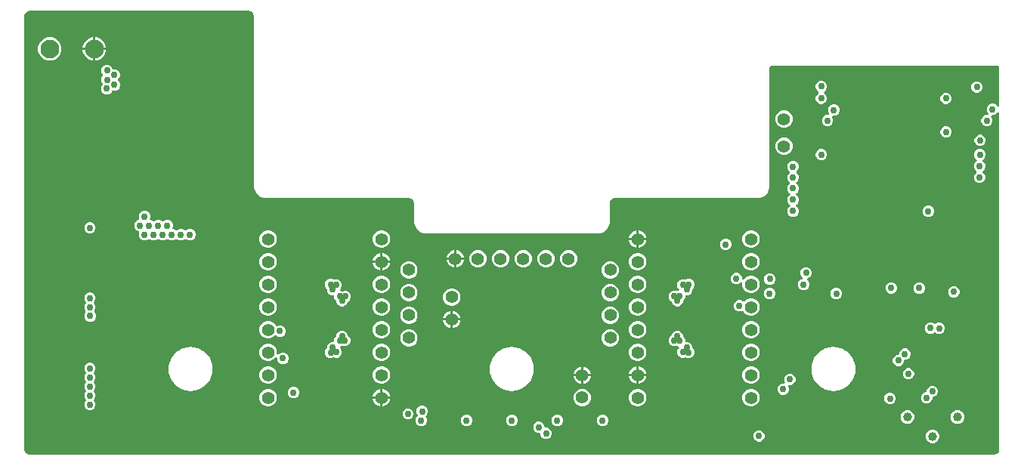
<source format=gbr>
G04 EAGLE Gerber RS-274X export*
G75*
%MOMM*%
%FSLAX34Y34*%
%LPD*%
%INCopper Layer 2*%
%IPPOS*%
%AMOC8*
5,1,8,0,0,1.08239X$1,22.5*%
G01*
G04 Define Apertures*
%ADD10C,1.422400*%
%ADD11C,2.100000*%
%ADD12C,1.008000*%
%ADD13C,0.756400*%
G36*
X540394Y-155388D02*
X540000Y-155440D01*
X-540000Y-155440D01*
X-540394Y-155388D01*
X-542727Y-154763D01*
X-543411Y-154369D01*
X-545119Y-152661D01*
X-545513Y-151977D01*
X-546138Y-149644D01*
X-546190Y-149250D01*
X-546190Y336366D01*
X-546138Y336760D01*
X-545513Y339093D01*
X-545119Y339777D01*
X-543411Y341485D01*
X-542727Y341879D01*
X-540394Y342504D01*
X-540000Y342556D01*
X-295000Y342556D01*
X-294606Y342504D01*
X-292273Y341879D01*
X-291589Y341485D01*
X-289882Y339777D01*
X-289487Y339093D01*
X-288862Y336760D01*
X-288810Y336366D01*
X-288810Y143619D01*
X-286708Y138543D01*
X-282823Y134658D01*
X-277747Y132556D01*
X-115600Y132556D01*
X-115205Y132504D01*
X-112872Y131879D01*
X-112189Y131485D01*
X-110481Y129777D01*
X-110087Y129093D01*
X-109462Y126760D01*
X-109410Y126366D01*
X-109410Y103619D01*
X-107307Y98543D01*
X-103422Y94658D01*
X-98347Y92556D01*
X98347Y92556D01*
X103423Y94658D01*
X107308Y98543D01*
X109410Y103619D01*
X109410Y126366D01*
X109462Y126760D01*
X110087Y129093D01*
X110482Y129777D01*
X112189Y131485D01*
X112873Y131879D01*
X115206Y132504D01*
X115600Y132556D01*
X277747Y132556D01*
X282823Y134658D01*
X286708Y138543D01*
X288810Y143619D01*
X288810Y278962D01*
X288912Y279511D01*
X289239Y280022D01*
X289740Y280365D01*
X290334Y280486D01*
X544666Y280486D01*
X545215Y280384D01*
X545726Y280057D01*
X546069Y279556D01*
X546190Y278962D01*
X546190Y236812D01*
X546096Y236285D01*
X545777Y235769D01*
X545283Y235418D01*
X544690Y235288D01*
X544094Y235399D01*
X543588Y235734D01*
X542061Y237262D01*
X539738Y238224D01*
X537222Y238224D01*
X534899Y237262D01*
X533120Y235483D01*
X532158Y233160D01*
X532158Y230644D01*
X533120Y228321D01*
X533316Y228126D01*
X533622Y227687D01*
X533761Y227097D01*
X533660Y226499D01*
X533333Y225988D01*
X532832Y225645D01*
X532238Y225524D01*
X530872Y225524D01*
X528549Y224562D01*
X526770Y222783D01*
X525808Y220460D01*
X525808Y217944D01*
X526770Y215621D01*
X528549Y213842D01*
X530872Y212880D01*
X533388Y212880D01*
X535711Y213842D01*
X537490Y215621D01*
X538452Y217944D01*
X538452Y220460D01*
X537490Y222783D01*
X537294Y222978D01*
X536988Y223417D01*
X536849Y224007D01*
X536950Y224605D01*
X537277Y225116D01*
X537778Y225459D01*
X538372Y225580D01*
X539738Y225580D01*
X542061Y226542D01*
X543588Y228070D01*
X544027Y228376D01*
X544617Y228515D01*
X545215Y228414D01*
X545726Y228087D01*
X546069Y227586D01*
X546190Y226992D01*
X546190Y-149250D01*
X546138Y-149644D01*
X545513Y-151977D01*
X545119Y-152661D01*
X543411Y-154369D01*
X542727Y-154763D01*
X540394Y-155388D01*
G37*
%LPC*%
G36*
X-480800Y301014D02*
X-469030Y301014D01*
X-469030Y312784D01*
X-470354Y312784D01*
X-475147Y310799D01*
X-478815Y307131D01*
X-480800Y302338D01*
X-480800Y301014D01*
G37*
G36*
X-520354Y286704D02*
X-515166Y286704D01*
X-510373Y288689D01*
X-506705Y292357D01*
X-504720Y297150D01*
X-504720Y302338D01*
X-506705Y307131D01*
X-510373Y310799D01*
X-515166Y312784D01*
X-520354Y312784D01*
X-525147Y310799D01*
X-528815Y307131D01*
X-530800Y302338D01*
X-530800Y297150D01*
X-528815Y292357D01*
X-525147Y288689D01*
X-520354Y286704D01*
G37*
G36*
X-466490Y301014D02*
X-454720Y301014D01*
X-454720Y302338D01*
X-456705Y307131D01*
X-460373Y310799D01*
X-465166Y312784D01*
X-466490Y312784D01*
X-466490Y301014D01*
G37*
G36*
X-466490Y286704D02*
X-465166Y286704D01*
X-460373Y288689D01*
X-456705Y292357D01*
X-454720Y297150D01*
X-454720Y298474D01*
X-466490Y298474D01*
X-466490Y286704D01*
G37*
G36*
X-470354Y286704D02*
X-469030Y286704D01*
X-469030Y298474D01*
X-480800Y298474D01*
X-480800Y297150D01*
X-478815Y292357D01*
X-475147Y288689D01*
X-470354Y286704D01*
G37*
G36*
X-455038Y248694D02*
X-452522Y248694D01*
X-450199Y249656D01*
X-448420Y251435D01*
X-448157Y252071D01*
X-447844Y252548D01*
X-447343Y252891D01*
X-446749Y253012D01*
X-444140Y253012D01*
X-441817Y253974D01*
X-440038Y255753D01*
X-439076Y258076D01*
X-439076Y260592D01*
X-440038Y262915D01*
X-441023Y263899D01*
X-441339Y264360D01*
X-441469Y264953D01*
X-441358Y265549D01*
X-441023Y266055D01*
X-440038Y267039D01*
X-439076Y269362D01*
X-439076Y271878D01*
X-440038Y274201D01*
X-441817Y275980D01*
X-444140Y276942D01*
X-446444Y276942D01*
X-447004Y277049D01*
X-447513Y277380D01*
X-447852Y277883D01*
X-448292Y278947D01*
X-450071Y280726D01*
X-452394Y281688D01*
X-454910Y281688D01*
X-457233Y280726D01*
X-459012Y278947D01*
X-459974Y276624D01*
X-459974Y274108D01*
X-459012Y271785D01*
X-458535Y271309D01*
X-458219Y270848D01*
X-458089Y270255D01*
X-458200Y269659D01*
X-458535Y269153D01*
X-459012Y268677D01*
X-459974Y266354D01*
X-459974Y263838D01*
X-459012Y261515D01*
X-458694Y261198D01*
X-458378Y260737D01*
X-458248Y260144D01*
X-458359Y259548D01*
X-458694Y259042D01*
X-459140Y258597D01*
X-460102Y256274D01*
X-460102Y253758D01*
X-459140Y251435D01*
X-457361Y249656D01*
X-455038Y248694D01*
G37*
G36*
X345452Y238026D02*
X347968Y238026D01*
X350291Y238988D01*
X352070Y240767D01*
X353032Y243090D01*
X353032Y245606D01*
X352070Y247929D01*
X350124Y249874D01*
X349808Y250335D01*
X349678Y250928D01*
X349789Y251524D01*
X350124Y252030D01*
X352070Y253975D01*
X353032Y256298D01*
X353032Y258814D01*
X352070Y261137D01*
X350291Y262916D01*
X347968Y263878D01*
X345452Y263878D01*
X343129Y262916D01*
X341350Y261137D01*
X340388Y258814D01*
X340388Y256298D01*
X341350Y253975D01*
X343296Y252030D01*
X343612Y251569D01*
X343742Y250976D01*
X343631Y250380D01*
X343296Y249874D01*
X341350Y247929D01*
X340388Y245606D01*
X340388Y243090D01*
X341350Y240767D01*
X343129Y238988D01*
X345452Y238026D01*
G37*
G36*
X519696Y250726D02*
X522212Y250726D01*
X524535Y251688D01*
X526314Y253467D01*
X527276Y255790D01*
X527276Y258306D01*
X526314Y260629D01*
X524535Y262408D01*
X522212Y263370D01*
X519696Y263370D01*
X517373Y262408D01*
X515594Y260629D01*
X514632Y258306D01*
X514632Y255790D01*
X515594Y253467D01*
X517373Y251688D01*
X519696Y250726D01*
G37*
G36*
X485152Y238026D02*
X487668Y238026D01*
X489991Y238988D01*
X491770Y240767D01*
X492732Y243090D01*
X492732Y245606D01*
X491770Y247929D01*
X489991Y249708D01*
X487668Y250670D01*
X485152Y250670D01*
X482829Y249708D01*
X481050Y247929D01*
X480088Y245606D01*
X480088Y243090D01*
X481050Y240767D01*
X482829Y238988D01*
X485152Y238026D01*
G37*
G36*
X352310Y212880D02*
X354826Y212880D01*
X357149Y213842D01*
X358928Y215621D01*
X359890Y217944D01*
X359890Y220460D01*
X358958Y222711D01*
X358842Y223245D01*
X358944Y223843D01*
X359271Y224354D01*
X359771Y224697D01*
X360366Y224818D01*
X361938Y224818D01*
X364261Y225780D01*
X366040Y227559D01*
X367002Y229882D01*
X367002Y232398D01*
X366040Y234721D01*
X364261Y236500D01*
X361938Y237462D01*
X359422Y237462D01*
X357099Y236500D01*
X355320Y234721D01*
X354358Y232398D01*
X354358Y229882D01*
X355291Y227631D01*
X355406Y227097D01*
X355304Y226499D01*
X354977Y225988D01*
X354477Y225645D01*
X353883Y225524D01*
X352310Y225524D01*
X349987Y224562D01*
X348208Y222783D01*
X347246Y220460D01*
X347246Y217944D01*
X348208Y215621D01*
X349987Y213842D01*
X352310Y212880D01*
G37*
G36*
X302880Y211328D02*
X306720Y211328D01*
X310267Y212797D01*
X312983Y215513D01*
X314452Y219060D01*
X314452Y222900D01*
X312983Y226447D01*
X310267Y229163D01*
X306720Y230632D01*
X302880Y230632D01*
X299333Y229163D01*
X296617Y226447D01*
X295148Y222900D01*
X295148Y219060D01*
X296617Y215513D01*
X299333Y212797D01*
X302880Y211328D01*
G37*
G36*
X485152Y200180D02*
X487668Y200180D01*
X489991Y201142D01*
X491770Y202921D01*
X492732Y205244D01*
X492732Y207760D01*
X491770Y210083D01*
X489991Y211862D01*
X487668Y212824D01*
X485152Y212824D01*
X482829Y211862D01*
X481050Y210083D01*
X480088Y207760D01*
X480088Y205244D01*
X481050Y202921D01*
X482829Y201142D01*
X485152Y200180D01*
G37*
G36*
X523252Y190782D02*
X525768Y190782D01*
X528091Y191744D01*
X529870Y193523D01*
X530832Y195846D01*
X530832Y198362D01*
X529870Y200685D01*
X528091Y202464D01*
X525768Y203426D01*
X523252Y203426D01*
X520929Y202464D01*
X519150Y200685D01*
X518188Y198362D01*
X518188Y195846D01*
X519150Y193523D01*
X520929Y191744D01*
X523252Y190782D01*
G37*
G36*
X302880Y180848D02*
X306720Y180848D01*
X310267Y182317D01*
X312983Y185033D01*
X314452Y188580D01*
X314452Y192420D01*
X312983Y195967D01*
X310267Y198683D01*
X306720Y200152D01*
X302880Y200152D01*
X299333Y198683D01*
X296617Y195967D01*
X295148Y192420D01*
X295148Y188580D01*
X296617Y185033D01*
X299333Y182317D01*
X302880Y180848D01*
G37*
G36*
X522744Y149380D02*
X525260Y149380D01*
X527583Y150342D01*
X529362Y152121D01*
X530324Y154444D01*
X530324Y156960D01*
X529362Y159283D01*
X527670Y160974D01*
X527354Y161435D01*
X527224Y162028D01*
X527335Y162624D01*
X527670Y163130D01*
X529362Y164821D01*
X530324Y167144D01*
X530324Y169660D01*
X529362Y171983D01*
X527797Y173547D01*
X527481Y174008D01*
X527351Y174601D01*
X527462Y175197D01*
X527797Y175703D01*
X529616Y177521D01*
X530578Y179844D01*
X530578Y182360D01*
X529616Y184683D01*
X527837Y186462D01*
X525514Y187424D01*
X522998Y187424D01*
X520675Y186462D01*
X518896Y184683D01*
X517934Y182360D01*
X517934Y179844D01*
X518896Y177521D01*
X520461Y175957D01*
X520777Y175496D01*
X520907Y174903D01*
X520796Y174307D01*
X520461Y173801D01*
X518642Y171983D01*
X517680Y169660D01*
X517680Y167144D01*
X518642Y164821D01*
X520334Y163130D01*
X520650Y162669D01*
X520780Y162076D01*
X520669Y161480D01*
X520334Y160974D01*
X518642Y159283D01*
X517680Y156960D01*
X517680Y154444D01*
X518642Y152121D01*
X520421Y150342D01*
X522744Y149380D01*
G37*
G36*
X345452Y174780D02*
X347968Y174780D01*
X350291Y175742D01*
X352070Y177521D01*
X353032Y179844D01*
X353032Y182360D01*
X352070Y184683D01*
X350291Y186462D01*
X347968Y187424D01*
X345452Y187424D01*
X343129Y186462D01*
X341350Y184683D01*
X340388Y182360D01*
X340388Y179844D01*
X341350Y177521D01*
X343129Y175742D01*
X345452Y174780D01*
G37*
G36*
X313762Y111534D02*
X316277Y111534D01*
X318601Y112496D01*
X320379Y114275D01*
X321342Y116598D01*
X321342Y119114D01*
X320379Y121437D01*
X318688Y123128D01*
X318372Y123589D01*
X318242Y124182D01*
X318353Y124778D01*
X318688Y125284D01*
X320379Y126975D01*
X321342Y129298D01*
X321342Y131814D01*
X320379Y134137D01*
X318688Y135828D01*
X318372Y136289D01*
X318242Y136882D01*
X318353Y137478D01*
X318688Y137984D01*
X320379Y139675D01*
X321342Y141998D01*
X321342Y144514D01*
X320379Y146837D01*
X318815Y148401D01*
X318499Y148862D01*
X318369Y149455D01*
X318480Y150051D01*
X318815Y150557D01*
X320379Y152121D01*
X321342Y154444D01*
X321342Y156960D01*
X320379Y159283D01*
X319039Y160623D01*
X318723Y161084D01*
X318593Y161676D01*
X318704Y162273D01*
X319039Y162778D01*
X320320Y164059D01*
X321282Y166382D01*
X321282Y168898D01*
X320320Y171221D01*
X318541Y173000D01*
X316218Y173962D01*
X313702Y173962D01*
X311379Y173000D01*
X309600Y171221D01*
X308638Y168898D01*
X308638Y166382D01*
X309600Y164059D01*
X310940Y162719D01*
X311256Y162258D01*
X311387Y161666D01*
X311275Y161069D01*
X310940Y160564D01*
X309660Y159283D01*
X308698Y156960D01*
X308698Y154444D01*
X309660Y152121D01*
X311224Y150557D01*
X311540Y150096D01*
X311670Y149503D01*
X311559Y148907D01*
X311224Y148401D01*
X309660Y146837D01*
X308698Y144514D01*
X308698Y141998D01*
X309660Y139675D01*
X311351Y137984D01*
X311667Y137523D01*
X311797Y136930D01*
X311686Y136334D01*
X311351Y135828D01*
X309660Y134137D01*
X308698Y131814D01*
X308698Y129298D01*
X309660Y126975D01*
X311351Y125284D01*
X311667Y124823D01*
X311797Y124230D01*
X311686Y123634D01*
X311351Y123128D01*
X309660Y121437D01*
X308698Y119114D01*
X308698Y116598D01*
X309660Y114275D01*
X311438Y112496D01*
X313762Y111534D01*
G37*
G36*
X465340Y111280D02*
X467856Y111280D01*
X470179Y112242D01*
X471958Y114021D01*
X472920Y116344D01*
X472920Y118860D01*
X471958Y121183D01*
X470179Y122962D01*
X467856Y123924D01*
X465340Y123924D01*
X463017Y122962D01*
X461238Y121183D01*
X460276Y118860D01*
X460276Y116344D01*
X461238Y114021D01*
X463017Y112242D01*
X465340Y111280D01*
G37*
G36*
X-412738Y85118D02*
X-410222Y85118D01*
X-407899Y86080D01*
X-407478Y86502D01*
X-407017Y86818D01*
X-406424Y86948D01*
X-405828Y86837D01*
X-405322Y86502D01*
X-404901Y86080D01*
X-402578Y85118D01*
X-400062Y85118D01*
X-397739Y86080D01*
X-397318Y86502D01*
X-396857Y86818D01*
X-396264Y86948D01*
X-395668Y86837D01*
X-395162Y86502D01*
X-394741Y86080D01*
X-392418Y85118D01*
X-389902Y85118D01*
X-387579Y86080D01*
X-387158Y86502D01*
X-386697Y86818D01*
X-386104Y86948D01*
X-385508Y86837D01*
X-385002Y86502D01*
X-384581Y86080D01*
X-382258Y85118D01*
X-379742Y85118D01*
X-377419Y86080D01*
X-376998Y86502D01*
X-376537Y86818D01*
X-375944Y86948D01*
X-375348Y86837D01*
X-374842Y86502D01*
X-374421Y86080D01*
X-372098Y85118D01*
X-369582Y85118D01*
X-367259Y86080D01*
X-366838Y86502D01*
X-366377Y86818D01*
X-365784Y86948D01*
X-365188Y86837D01*
X-364682Y86502D01*
X-364261Y86080D01*
X-361938Y85118D01*
X-359422Y85118D01*
X-357099Y86080D01*
X-355320Y87859D01*
X-354358Y90182D01*
X-354358Y92698D01*
X-355320Y95021D01*
X-357099Y96800D01*
X-359422Y97762D01*
X-361938Y97762D01*
X-364261Y96800D01*
X-364682Y96378D01*
X-365143Y96062D01*
X-365736Y95932D01*
X-366332Y96043D01*
X-366838Y96378D01*
X-367259Y96800D01*
X-369582Y97762D01*
X-372098Y97762D01*
X-374421Y96800D01*
X-374842Y96378D01*
X-375303Y96062D01*
X-375896Y95932D01*
X-376492Y96043D01*
X-376998Y96378D01*
X-377419Y96800D01*
X-379260Y97562D01*
X-379728Y97867D01*
X-380075Y98365D01*
X-380201Y98958D01*
X-380085Y99553D01*
X-379758Y100342D01*
X-379758Y102858D01*
X-380720Y105181D01*
X-382499Y106960D01*
X-384822Y107922D01*
X-387338Y107922D01*
X-389661Y106960D01*
X-390082Y106538D01*
X-390543Y106222D01*
X-391136Y106092D01*
X-391732Y106203D01*
X-392238Y106538D01*
X-392659Y106960D01*
X-394982Y107922D01*
X-397498Y107922D01*
X-399821Y106960D01*
X-400242Y106538D01*
X-400703Y106222D01*
X-401296Y106092D01*
X-401892Y106203D01*
X-402398Y106538D01*
X-402819Y106960D01*
X-404660Y107722D01*
X-405128Y108027D01*
X-405475Y108525D01*
X-405601Y109118D01*
X-405485Y109713D01*
X-405158Y110502D01*
X-405158Y113018D01*
X-406120Y115341D01*
X-407899Y117120D01*
X-410222Y118082D01*
X-412738Y118082D01*
X-415061Y117120D01*
X-416840Y115341D01*
X-417802Y113018D01*
X-417802Y110502D01*
X-417475Y109713D01*
X-417360Y109167D01*
X-417466Y108570D01*
X-417797Y108061D01*
X-418300Y107722D01*
X-420141Y106960D01*
X-421920Y105181D01*
X-422882Y102858D01*
X-422882Y100342D01*
X-421920Y98019D01*
X-420141Y96240D01*
X-418300Y95478D01*
X-417832Y95173D01*
X-417485Y94675D01*
X-417359Y94082D01*
X-417475Y93487D01*
X-417802Y92698D01*
X-417802Y90182D01*
X-416840Y87859D01*
X-415061Y86080D01*
X-412738Y85118D01*
G37*
G36*
X-474015Y92738D02*
X-471500Y92738D01*
X-469176Y93700D01*
X-467398Y95479D01*
X-466436Y97802D01*
X-466436Y100318D01*
X-467398Y102641D01*
X-469176Y104420D01*
X-471500Y105382D01*
X-474015Y105382D01*
X-476339Y104420D01*
X-478117Y102641D01*
X-479080Y100318D01*
X-479080Y97802D01*
X-478117Y95479D01*
X-476339Y93700D01*
X-474015Y92738D01*
G37*
G36*
X-147970Y76708D02*
X-144130Y76708D01*
X-140583Y78177D01*
X-137867Y80893D01*
X-136398Y84440D01*
X-136398Y88280D01*
X-137867Y91827D01*
X-140583Y94543D01*
X-144130Y96012D01*
X-147970Y96012D01*
X-151517Y94543D01*
X-154233Y91827D01*
X-155702Y88280D01*
X-155702Y84440D01*
X-154233Y80893D01*
X-151517Y78177D01*
X-147970Y76708D01*
G37*
G36*
X266050Y76708D02*
X269890Y76708D01*
X273437Y78177D01*
X276153Y80893D01*
X277622Y84440D01*
X277622Y88280D01*
X276153Y91827D01*
X273437Y94543D01*
X269890Y96012D01*
X266050Y96012D01*
X262503Y94543D01*
X259787Y91827D01*
X258318Y88280D01*
X258318Y84440D01*
X259787Y80893D01*
X262503Y78177D01*
X266050Y76708D01*
G37*
G36*
X131318Y87630D02*
X139700Y87630D01*
X139700Y96012D01*
X139050Y96012D01*
X135503Y94543D01*
X132787Y91827D01*
X131318Y88280D01*
X131318Y87630D01*
G37*
G36*
X-274970Y76708D02*
X-271130Y76708D01*
X-267583Y78177D01*
X-264867Y80893D01*
X-263398Y84440D01*
X-263398Y88280D01*
X-264867Y91827D01*
X-267583Y94543D01*
X-271130Y96012D01*
X-274970Y96012D01*
X-278517Y94543D01*
X-281233Y91827D01*
X-282702Y88280D01*
X-282702Y84440D01*
X-281233Y80893D01*
X-278517Y78177D01*
X-274970Y76708D01*
G37*
G36*
X142240Y87630D02*
X150622Y87630D01*
X150622Y88280D01*
X149153Y91827D01*
X146437Y94543D01*
X142890Y96012D01*
X142240Y96012D01*
X142240Y87630D01*
G37*
G36*
X238264Y74196D02*
X240780Y74196D01*
X243103Y75158D01*
X244882Y76937D01*
X245844Y79260D01*
X245844Y81776D01*
X244882Y84099D01*
X243103Y85878D01*
X240780Y86840D01*
X238264Y86840D01*
X235941Y85878D01*
X234162Y84099D01*
X233200Y81776D01*
X233200Y79260D01*
X234162Y76937D01*
X235941Y75158D01*
X238264Y74196D01*
G37*
G36*
X142240Y76708D02*
X142890Y76708D01*
X146437Y78177D01*
X149153Y80893D01*
X150622Y84440D01*
X150622Y85090D01*
X142240Y85090D01*
X142240Y76708D01*
G37*
G36*
X139050Y76708D02*
X139700Y76708D01*
X139700Y85090D01*
X131318Y85090D01*
X131318Y84440D01*
X132787Y80893D01*
X135503Y78177D01*
X139050Y76708D01*
G37*
G36*
X-14620Y54828D02*
X-10780Y54828D01*
X-7233Y56297D01*
X-4517Y59013D01*
X-3048Y62560D01*
X-3048Y66400D01*
X-4517Y69947D01*
X-7233Y72663D01*
X-10780Y74132D01*
X-14620Y74132D01*
X-18167Y72663D01*
X-20883Y69947D01*
X-22352Y66400D01*
X-22352Y62560D01*
X-20883Y59013D01*
X-18167Y56297D01*
X-14620Y54828D01*
G37*
G36*
X-40020Y54828D02*
X-36180Y54828D01*
X-32633Y56297D01*
X-29917Y59013D01*
X-28448Y62560D01*
X-28448Y66400D01*
X-29917Y69947D01*
X-32633Y72663D01*
X-36180Y74132D01*
X-40020Y74132D01*
X-43567Y72663D01*
X-46283Y69947D01*
X-47752Y66400D01*
X-47752Y62560D01*
X-46283Y59013D01*
X-43567Y56297D01*
X-40020Y54828D01*
G37*
G36*
X-73152Y65750D02*
X-64770Y65750D01*
X-64770Y74132D01*
X-65420Y74132D01*
X-68967Y72663D01*
X-71683Y69947D01*
X-73152Y66400D01*
X-73152Y65750D01*
G37*
G36*
X61580Y54828D02*
X65420Y54828D01*
X68967Y56297D01*
X71683Y59013D01*
X73152Y62560D01*
X73152Y66400D01*
X71683Y69947D01*
X68967Y72663D01*
X65420Y74132D01*
X61580Y74132D01*
X58033Y72663D01*
X55317Y69947D01*
X53848Y66400D01*
X53848Y62560D01*
X55317Y59013D01*
X58033Y56297D01*
X61580Y54828D01*
G37*
G36*
X36180Y54828D02*
X40020Y54828D01*
X43567Y56297D01*
X46283Y59013D01*
X47752Y62560D01*
X47752Y66400D01*
X46283Y69947D01*
X43567Y72663D01*
X40020Y74132D01*
X36180Y74132D01*
X32633Y72663D01*
X29917Y69947D01*
X28448Y66400D01*
X28448Y62560D01*
X29917Y59013D01*
X32633Y56297D01*
X36180Y54828D01*
G37*
G36*
X10780Y54828D02*
X14620Y54828D01*
X18167Y56297D01*
X20883Y59013D01*
X22352Y62560D01*
X22352Y66400D01*
X20883Y69947D01*
X18167Y72663D01*
X14620Y74132D01*
X10780Y74132D01*
X7233Y72663D01*
X4517Y69947D01*
X3048Y66400D01*
X3048Y62560D01*
X4517Y59013D01*
X7233Y56297D01*
X10780Y54828D01*
G37*
G36*
X-62230Y65750D02*
X-53848Y65750D01*
X-53848Y66400D01*
X-55317Y69947D01*
X-58033Y72663D01*
X-61580Y74132D01*
X-62230Y74132D01*
X-62230Y65750D01*
G37*
G36*
X-274970Y51308D02*
X-271130Y51308D01*
X-267583Y52777D01*
X-264867Y55493D01*
X-263398Y59040D01*
X-263398Y62880D01*
X-264867Y66427D01*
X-267583Y69143D01*
X-271130Y70612D01*
X-274970Y70612D01*
X-278517Y69143D01*
X-281233Y66427D01*
X-282702Y62880D01*
X-282702Y59040D01*
X-281233Y55493D01*
X-278517Y52777D01*
X-274970Y51308D01*
G37*
G36*
X-155702Y62230D02*
X-147320Y62230D01*
X-147320Y70612D01*
X-147970Y70612D01*
X-151517Y69143D01*
X-154233Y66427D01*
X-155702Y62880D01*
X-155702Y62230D01*
G37*
G36*
X139050Y51308D02*
X142890Y51308D01*
X146437Y52777D01*
X149153Y55493D01*
X150622Y59040D01*
X150622Y62880D01*
X149153Y66427D01*
X146437Y69143D01*
X142890Y70612D01*
X139050Y70612D01*
X135503Y69143D01*
X132787Y66427D01*
X131318Y62880D01*
X131318Y59040D01*
X132787Y55493D01*
X135503Y52777D01*
X139050Y51308D01*
G37*
G36*
X266050Y51308D02*
X269890Y51308D01*
X273437Y52777D01*
X276153Y55493D01*
X277622Y59040D01*
X277622Y62880D01*
X276153Y66427D01*
X273437Y69143D01*
X269890Y70612D01*
X266050Y70612D01*
X262503Y69143D01*
X259787Y66427D01*
X258318Y62880D01*
X258318Y59040D01*
X259787Y55493D01*
X262503Y52777D01*
X266050Y51308D01*
G37*
G36*
X-144780Y62230D02*
X-136398Y62230D01*
X-136398Y62880D01*
X-137867Y66427D01*
X-140583Y69143D01*
X-144130Y70612D01*
X-144780Y70612D01*
X-144780Y62230D01*
G37*
G36*
X-62230Y54828D02*
X-61580Y54828D01*
X-58033Y56297D01*
X-55317Y59013D01*
X-53848Y62560D01*
X-53848Y63210D01*
X-62230Y63210D01*
X-62230Y54828D01*
G37*
G36*
X-65420Y54828D02*
X-64770Y54828D01*
X-64770Y63210D01*
X-73152Y63210D01*
X-73152Y62560D01*
X-71683Y59013D01*
X-68967Y56297D01*
X-65420Y54828D01*
G37*
G36*
X108411Y42164D02*
X112251Y42164D01*
X115798Y43633D01*
X118514Y46349D01*
X119983Y49896D01*
X119983Y53736D01*
X118514Y57283D01*
X115798Y59999D01*
X112251Y61468D01*
X108411Y61468D01*
X104864Y59999D01*
X102148Y57283D01*
X100679Y53736D01*
X100679Y49896D01*
X102148Y46349D01*
X104864Y43633D01*
X108411Y42164D01*
G37*
G36*
X-117331Y42164D02*
X-113491Y42164D01*
X-109944Y43633D01*
X-107228Y46349D01*
X-105759Y49896D01*
X-105759Y53736D01*
X-107228Y57283D01*
X-109944Y59999D01*
X-113491Y61468D01*
X-117331Y61468D01*
X-120878Y59999D01*
X-123594Y57283D01*
X-125063Y53736D01*
X-125063Y49896D01*
X-123594Y46349D01*
X-120878Y43633D01*
X-117331Y42164D01*
G37*
G36*
X-144780Y51308D02*
X-144130Y51308D01*
X-140583Y52777D01*
X-137867Y55493D01*
X-136398Y59040D01*
X-136398Y59690D01*
X-144780Y59690D01*
X-144780Y51308D01*
G37*
G36*
X-147970Y51308D02*
X-147320Y51308D01*
X-147320Y59690D01*
X-155702Y59690D01*
X-155702Y59040D01*
X-154233Y55493D01*
X-151517Y52777D01*
X-147970Y51308D01*
G37*
G36*
X325640Y29238D02*
X328156Y29238D01*
X330479Y30200D01*
X332258Y31979D01*
X333220Y34302D01*
X333220Y36818D01*
X332258Y39141D01*
X331150Y40248D01*
X330839Y40698D01*
X330704Y41290D01*
X330811Y41887D01*
X331142Y42395D01*
X331645Y42734D01*
X333273Y43408D01*
X335052Y45187D01*
X336014Y47510D01*
X336014Y50026D01*
X335052Y52349D01*
X333273Y54128D01*
X330950Y55090D01*
X328434Y55090D01*
X326111Y54128D01*
X324332Y52349D01*
X323370Y50026D01*
X323370Y47510D01*
X324332Y45187D01*
X325440Y44080D01*
X325751Y43630D01*
X325886Y43038D01*
X325779Y42441D01*
X325448Y41933D01*
X324945Y41594D01*
X323317Y40920D01*
X321538Y39141D01*
X320576Y36818D01*
X320576Y34302D01*
X321538Y31979D01*
X323317Y30200D01*
X325640Y29238D01*
G37*
G36*
X266050Y25908D02*
X269890Y25908D01*
X273437Y27377D01*
X276153Y30093D01*
X277622Y33640D01*
X277622Y37480D01*
X276153Y41027D01*
X273437Y43743D01*
X269890Y45212D01*
X266050Y45212D01*
X262503Y43743D01*
X260384Y41624D01*
X259945Y41318D01*
X259355Y41178D01*
X258757Y41280D01*
X258246Y41607D01*
X257903Y42107D01*
X257782Y42701D01*
X257782Y43422D01*
X256820Y45745D01*
X255041Y47524D01*
X252718Y48486D01*
X250202Y48486D01*
X247879Y47524D01*
X246100Y45745D01*
X245138Y43422D01*
X245138Y40906D01*
X246100Y38583D01*
X247879Y36804D01*
X250202Y35842D01*
X252718Y35842D01*
X255041Y36804D01*
X255716Y37480D01*
X256155Y37786D01*
X256745Y37925D01*
X257343Y37824D01*
X257854Y37497D01*
X258197Y36996D01*
X258318Y36402D01*
X258318Y33640D01*
X259787Y30093D01*
X262503Y27377D01*
X266050Y25908D01*
G37*
G36*
X287603Y35525D02*
X290118Y35525D01*
X292442Y36488D01*
X294220Y38266D01*
X295183Y40590D01*
X295183Y43105D01*
X294220Y45429D01*
X292442Y47207D01*
X290118Y48169D01*
X287603Y48169D01*
X285279Y47207D01*
X283501Y45429D01*
X282539Y43105D01*
X282539Y40590D01*
X283501Y38266D01*
X285279Y36488D01*
X287603Y35525D01*
G37*
G36*
X139050Y25908D02*
X142890Y25908D01*
X146437Y27377D01*
X149153Y30093D01*
X150622Y33640D01*
X150622Y37480D01*
X149153Y41027D01*
X146437Y43743D01*
X142890Y45212D01*
X139050Y45212D01*
X135503Y43743D01*
X132787Y41027D01*
X131318Y37480D01*
X131318Y33640D01*
X132787Y30093D01*
X135503Y27377D01*
X139050Y25908D01*
G37*
G36*
X-147970Y25908D02*
X-144130Y25908D01*
X-140583Y27377D01*
X-137867Y30093D01*
X-136398Y33640D01*
X-136398Y37480D01*
X-137867Y41027D01*
X-140583Y43743D01*
X-144130Y45212D01*
X-147970Y45212D01*
X-151517Y43743D01*
X-154233Y41027D01*
X-155702Y37480D01*
X-155702Y33640D01*
X-154233Y30093D01*
X-151517Y27377D01*
X-147970Y25908D01*
G37*
G36*
X-274970Y25908D02*
X-271130Y25908D01*
X-267583Y27377D01*
X-264867Y30093D01*
X-263398Y33640D01*
X-263398Y37480D01*
X-264867Y41027D01*
X-267583Y43743D01*
X-271130Y45212D01*
X-274970Y45212D01*
X-278517Y43743D01*
X-281233Y41027D01*
X-282702Y37480D01*
X-282702Y33640D01*
X-281233Y30093D01*
X-278517Y27377D01*
X-274970Y25908D01*
G37*
G36*
X183908Y11077D02*
X186424Y11077D01*
X188747Y12039D01*
X190526Y13818D01*
X191488Y16141D01*
X191488Y16435D01*
X191599Y17007D01*
X191934Y17513D01*
X193066Y18644D01*
X194028Y20967D01*
X194028Y22126D01*
X194130Y22675D01*
X194457Y23186D01*
X194958Y23529D01*
X195552Y23650D01*
X196965Y23650D01*
X199288Y24612D01*
X201067Y26391D01*
X202029Y28714D01*
X202029Y30024D01*
X202140Y30596D01*
X202475Y31102D01*
X203353Y31979D01*
X204315Y34302D01*
X204315Y36818D01*
X203353Y39141D01*
X201574Y40920D01*
X199251Y41882D01*
X196736Y41882D01*
X194788Y41075D01*
X194217Y40959D01*
X193622Y41075D01*
X192900Y41374D01*
X190385Y41374D01*
X188062Y40412D01*
X186283Y38633D01*
X185321Y36310D01*
X185321Y33794D01*
X186283Y31471D01*
X186786Y30968D01*
X187098Y30518D01*
X187232Y29927D01*
X187126Y29330D01*
X186795Y28821D01*
X186292Y28482D01*
X185495Y28152D01*
X184924Y28036D01*
X184329Y28152D01*
X183376Y28547D01*
X180860Y28547D01*
X178537Y27585D01*
X176758Y25806D01*
X175796Y23483D01*
X175796Y20967D01*
X176758Y18644D01*
X178398Y17005D01*
X178723Y16521D01*
X178759Y16348D01*
X179806Y13818D01*
X181585Y12039D01*
X183908Y11077D01*
G37*
G36*
X-191504Y11077D02*
X-188988Y11077D01*
X-186665Y12039D01*
X-184886Y13818D01*
X-183920Y16152D01*
X-183598Y16637D01*
X-183576Y16652D01*
X-181584Y18644D01*
X-180622Y20967D01*
X-180622Y23483D01*
X-181584Y25806D01*
X-183363Y27585D01*
X-185686Y28547D01*
X-188202Y28547D01*
X-189282Y28100D01*
X-189853Y27984D01*
X-190448Y28100D01*
X-191372Y28482D01*
X-191832Y28779D01*
X-192183Y29274D01*
X-192313Y29866D01*
X-192201Y30462D01*
X-191866Y30968D01*
X-191363Y31471D01*
X-190401Y33794D01*
X-190401Y36310D01*
X-191363Y38633D01*
X-193142Y40412D01*
X-195465Y41374D01*
X-197980Y41374D01*
X-198702Y41075D01*
X-199273Y40959D01*
X-199868Y41075D01*
X-201816Y41882D01*
X-204331Y41882D01*
X-206654Y40920D01*
X-208433Y39141D01*
X-209395Y36818D01*
X-209395Y34302D01*
X-208433Y31979D01*
X-207555Y31102D01*
X-207230Y30618D01*
X-207109Y30024D01*
X-207109Y28714D01*
X-206147Y26391D01*
X-204368Y24612D01*
X-202045Y23650D01*
X-200632Y23650D01*
X-200083Y23548D01*
X-199572Y23221D01*
X-199229Y22720D01*
X-199108Y22126D01*
X-199108Y20967D01*
X-198146Y18644D01*
X-197014Y17513D01*
X-196689Y17029D01*
X-196568Y16435D01*
X-196568Y16141D01*
X-195606Y13818D01*
X-193827Y12039D01*
X-191504Y11077D01*
G37*
G36*
X423684Y25428D02*
X426200Y25428D01*
X428523Y26390D01*
X430302Y28169D01*
X431264Y30492D01*
X431264Y33008D01*
X430302Y35331D01*
X428523Y37110D01*
X426200Y38072D01*
X423684Y38072D01*
X421361Y37110D01*
X419582Y35331D01*
X418620Y33008D01*
X418620Y30492D01*
X419582Y28169D01*
X421361Y26390D01*
X423684Y25428D01*
G37*
G36*
X455180Y25174D02*
X457696Y25174D01*
X460019Y26136D01*
X461798Y27915D01*
X462760Y30238D01*
X462760Y32754D01*
X461798Y35077D01*
X460019Y36856D01*
X457696Y37818D01*
X455180Y37818D01*
X452857Y36856D01*
X451078Y35077D01*
X450116Y32754D01*
X450116Y30238D01*
X451078Y27915D01*
X452857Y26136D01*
X455180Y25174D01*
G37*
G36*
X108411Y16764D02*
X112251Y16764D01*
X115798Y18233D01*
X118514Y20949D01*
X119983Y24496D01*
X119983Y28336D01*
X118514Y31883D01*
X115798Y34599D01*
X112251Y36068D01*
X108411Y36068D01*
X104864Y34599D01*
X102148Y31883D01*
X100679Y28336D01*
X100679Y24496D01*
X102148Y20949D01*
X104864Y18233D01*
X108411Y16764D01*
G37*
G36*
X-117331Y16764D02*
X-113491Y16764D01*
X-109944Y18233D01*
X-107228Y20949D01*
X-105759Y24496D01*
X-105759Y28336D01*
X-107228Y31883D01*
X-109944Y34599D01*
X-113491Y36068D01*
X-117331Y36068D01*
X-120878Y34599D01*
X-123594Y31883D01*
X-125063Y28336D01*
X-125063Y24496D01*
X-123594Y20949D01*
X-120878Y18233D01*
X-117331Y16764D01*
G37*
G36*
X493788Y21110D02*
X496304Y21110D01*
X498627Y22072D01*
X500406Y23851D01*
X501368Y26174D01*
X501368Y28690D01*
X500406Y31013D01*
X498627Y32792D01*
X496304Y33754D01*
X493788Y33754D01*
X491465Y32792D01*
X489686Y31013D01*
X488724Y28690D01*
X488724Y26174D01*
X489686Y23851D01*
X491465Y22072D01*
X493788Y21110D01*
G37*
G36*
X362216Y19078D02*
X364732Y19078D01*
X367055Y20040D01*
X368834Y21819D01*
X369796Y24142D01*
X369796Y26658D01*
X368834Y28981D01*
X367055Y30760D01*
X364732Y31722D01*
X362216Y31722D01*
X359893Y30760D01*
X358114Y28981D01*
X357152Y26658D01*
X357152Y24142D01*
X358114Y21819D01*
X359893Y20040D01*
X362216Y19078D01*
G37*
G36*
X287385Y19078D02*
X289901Y19078D01*
X292224Y20040D01*
X294003Y21819D01*
X294965Y24142D01*
X294965Y26658D01*
X294003Y28981D01*
X292224Y30760D01*
X289901Y31722D01*
X287385Y31722D01*
X285062Y30760D01*
X283283Y28981D01*
X282321Y26658D01*
X282321Y24142D01*
X283283Y21819D01*
X285062Y20040D01*
X287385Y19078D01*
G37*
G36*
X-69230Y11738D02*
X-65390Y11738D01*
X-61843Y13207D01*
X-59127Y15923D01*
X-57658Y19470D01*
X-57658Y23310D01*
X-59127Y26857D01*
X-61843Y29573D01*
X-65390Y31042D01*
X-69230Y31042D01*
X-72777Y29573D01*
X-75493Y26857D01*
X-76962Y23310D01*
X-76962Y19470D01*
X-75493Y15923D01*
X-72777Y13207D01*
X-69230Y11738D01*
G37*
G36*
X-473761Y-5969D02*
X-471246Y-5969D01*
X-468922Y-5007D01*
X-467144Y-3228D01*
X-466182Y-905D01*
X-466182Y1611D01*
X-467144Y3934D01*
X-467516Y4306D01*
X-467832Y4767D01*
X-467962Y5359D01*
X-467851Y5955D01*
X-467516Y6461D01*
X-467398Y6579D01*
X-466436Y8902D01*
X-466436Y11418D01*
X-467398Y13741D01*
X-467819Y14162D01*
X-468135Y14623D01*
X-468265Y15216D01*
X-468154Y15812D01*
X-467819Y16318D01*
X-467398Y16739D01*
X-466436Y19062D01*
X-466436Y21578D01*
X-467398Y23901D01*
X-469176Y25680D01*
X-471500Y26642D01*
X-474015Y26642D01*
X-476339Y25680D01*
X-478117Y23901D01*
X-479080Y21578D01*
X-479080Y19062D01*
X-478117Y16739D01*
X-477696Y16318D01*
X-477380Y15857D01*
X-477250Y15264D01*
X-477361Y14668D01*
X-477696Y14162D01*
X-478117Y13741D01*
X-479080Y11418D01*
X-479080Y8902D01*
X-478117Y6579D01*
X-477745Y6207D01*
X-477429Y5746D01*
X-477299Y5154D01*
X-477410Y4558D01*
X-477745Y4052D01*
X-477863Y3934D01*
X-478826Y1611D01*
X-478826Y-905D01*
X-477863Y-3228D01*
X-476085Y-5007D01*
X-473761Y-5969D01*
G37*
G36*
X266050Y508D02*
X269890Y508D01*
X273437Y1977D01*
X276153Y4693D01*
X277622Y8240D01*
X277622Y12080D01*
X276153Y15627D01*
X273437Y18343D01*
X269890Y19812D01*
X266050Y19812D01*
X262503Y18343D01*
X260853Y16693D01*
X260392Y16377D01*
X259800Y16247D01*
X259203Y16358D01*
X258698Y16693D01*
X258347Y17044D01*
X256024Y18006D01*
X253508Y18006D01*
X251185Y17044D01*
X249406Y15265D01*
X248444Y12942D01*
X248444Y10426D01*
X249406Y8103D01*
X251185Y6324D01*
X253508Y5362D01*
X256024Y5362D01*
X257592Y6012D01*
X258138Y6127D01*
X258735Y6021D01*
X259244Y5690D01*
X259583Y5187D01*
X259787Y4693D01*
X262503Y1977D01*
X266050Y508D01*
G37*
G36*
X139050Y508D02*
X142890Y508D01*
X146437Y1977D01*
X149153Y4693D01*
X150622Y8240D01*
X150622Y12080D01*
X149153Y15627D01*
X146437Y18343D01*
X142890Y19812D01*
X139050Y19812D01*
X135503Y18343D01*
X132787Y15627D01*
X131318Y12080D01*
X131318Y8240D01*
X132787Y4693D01*
X135503Y1977D01*
X139050Y508D01*
G37*
G36*
X-147970Y508D02*
X-144130Y508D01*
X-140583Y1977D01*
X-137867Y4693D01*
X-136398Y8240D01*
X-136398Y12080D01*
X-137867Y15627D01*
X-140583Y18343D01*
X-144130Y19812D01*
X-147970Y19812D01*
X-151517Y18343D01*
X-154233Y15627D01*
X-155702Y12080D01*
X-155702Y8240D01*
X-154233Y4693D01*
X-151517Y1977D01*
X-147970Y508D01*
G37*
G36*
X-274970Y508D02*
X-271130Y508D01*
X-267583Y1977D01*
X-264867Y4693D01*
X-263398Y8240D01*
X-263398Y12080D01*
X-264867Y15627D01*
X-267583Y18343D01*
X-271130Y19812D01*
X-274970Y19812D01*
X-278517Y18343D01*
X-281233Y15627D01*
X-282702Y12080D01*
X-282702Y8240D01*
X-281233Y4693D01*
X-278517Y1977D01*
X-274970Y508D01*
G37*
G36*
X108411Y-8636D02*
X112251Y-8636D01*
X115798Y-7167D01*
X118514Y-4451D01*
X119983Y-904D01*
X119983Y2936D01*
X118514Y6483D01*
X115798Y9199D01*
X112251Y10668D01*
X108411Y10668D01*
X104864Y9199D01*
X102148Y6483D01*
X100679Y2936D01*
X100679Y-904D01*
X102148Y-4451D01*
X104864Y-7167D01*
X108411Y-8636D01*
G37*
G36*
X-117331Y-8636D02*
X-113491Y-8636D01*
X-109944Y-7167D01*
X-107228Y-4451D01*
X-105759Y-904D01*
X-105759Y2936D01*
X-107228Y6483D01*
X-109944Y9199D01*
X-113491Y10668D01*
X-117331Y10668D01*
X-120878Y9199D01*
X-123594Y6483D01*
X-125063Y2936D01*
X-125063Y-904D01*
X-123594Y-4451D01*
X-120878Y-7167D01*
X-117331Y-8636D01*
G37*
G36*
X-76962Y-2340D02*
X-68580Y-2340D01*
X-68580Y6042D01*
X-69230Y6042D01*
X-72777Y4573D01*
X-75493Y1857D01*
X-76962Y-1690D01*
X-76962Y-2340D01*
G37*
G36*
X-66040Y-2340D02*
X-57658Y-2340D01*
X-57658Y-1690D01*
X-59127Y1857D01*
X-61843Y4573D01*
X-65390Y6042D01*
X-66040Y6042D01*
X-66040Y-2340D01*
G37*
G36*
X-66040Y-13262D02*
X-65390Y-13262D01*
X-61843Y-11793D01*
X-59127Y-9077D01*
X-57658Y-5530D01*
X-57658Y-4880D01*
X-66040Y-4880D01*
X-66040Y-13262D01*
G37*
G36*
X-69230Y-13262D02*
X-68580Y-13262D01*
X-68580Y-4880D01*
X-76962Y-4880D01*
X-76962Y-5530D01*
X-75493Y-9077D01*
X-72777Y-11793D01*
X-69230Y-13262D01*
G37*
G36*
X266050Y-24892D02*
X269890Y-24892D01*
X273437Y-23423D01*
X276153Y-20707D01*
X277622Y-17160D01*
X277622Y-13320D01*
X276153Y-9773D01*
X273437Y-7057D01*
X269890Y-5588D01*
X266050Y-5588D01*
X262503Y-7057D01*
X259787Y-9773D01*
X258318Y-13320D01*
X258318Y-17160D01*
X259787Y-20707D01*
X262503Y-23423D01*
X266050Y-24892D01*
G37*
G36*
X139050Y-24892D02*
X142890Y-24892D01*
X146437Y-23423D01*
X149153Y-20707D01*
X150622Y-17160D01*
X150622Y-13320D01*
X149153Y-9773D01*
X146437Y-7057D01*
X142890Y-5588D01*
X139050Y-5588D01*
X135503Y-7057D01*
X132787Y-9773D01*
X131318Y-13320D01*
X131318Y-17160D01*
X132787Y-20707D01*
X135503Y-23423D01*
X139050Y-24892D01*
G37*
G36*
X-274970Y-24892D02*
X-271130Y-24892D01*
X-267583Y-23423D01*
X-265933Y-21773D01*
X-265472Y-21457D01*
X-264880Y-21327D01*
X-264283Y-21438D01*
X-263778Y-21773D01*
X-263427Y-22124D01*
X-261104Y-23086D01*
X-258588Y-23086D01*
X-256265Y-22124D01*
X-254486Y-20345D01*
X-253524Y-18022D01*
X-253524Y-15506D01*
X-254486Y-13183D01*
X-256265Y-11404D01*
X-258588Y-10442D01*
X-261104Y-10442D01*
X-262672Y-11092D01*
X-263218Y-11207D01*
X-263815Y-11101D01*
X-264324Y-10770D01*
X-264663Y-10267D01*
X-264867Y-9773D01*
X-267583Y-7057D01*
X-271130Y-5588D01*
X-274970Y-5588D01*
X-278517Y-7057D01*
X-281233Y-9773D01*
X-282702Y-13320D01*
X-282702Y-17160D01*
X-281233Y-20707D01*
X-278517Y-23423D01*
X-274970Y-24892D01*
G37*
G36*
X-147970Y-24892D02*
X-144130Y-24892D01*
X-140583Y-23423D01*
X-137867Y-20707D01*
X-136398Y-17160D01*
X-136398Y-13320D01*
X-137867Y-9773D01*
X-140583Y-7057D01*
X-144130Y-5588D01*
X-147970Y-5588D01*
X-151517Y-7057D01*
X-154233Y-9773D01*
X-155702Y-13320D01*
X-155702Y-17160D01*
X-154233Y-20707D01*
X-151517Y-23423D01*
X-147970Y-24892D01*
G37*
G36*
X477278Y-19784D02*
X479794Y-19784D01*
X482117Y-18822D01*
X483896Y-17043D01*
X484858Y-14720D01*
X484858Y-12204D01*
X483896Y-9881D01*
X482117Y-8102D01*
X479794Y-7140D01*
X477278Y-7140D01*
X474854Y-8144D01*
X474581Y-8332D01*
X473988Y-8462D01*
X473392Y-8351D01*
X472886Y-8016D01*
X472719Y-7848D01*
X470396Y-6886D01*
X467880Y-6886D01*
X465557Y-7848D01*
X463778Y-9627D01*
X462816Y-11950D01*
X462816Y-14466D01*
X463778Y-16789D01*
X465557Y-18568D01*
X467880Y-19530D01*
X470396Y-19530D01*
X472820Y-18526D01*
X473093Y-18338D01*
X473686Y-18208D01*
X474282Y-18319D01*
X474788Y-18654D01*
X474955Y-18822D01*
X477278Y-19784D01*
G37*
G36*
X-117331Y-34036D02*
X-113491Y-34036D01*
X-109944Y-32567D01*
X-107228Y-29851D01*
X-105759Y-26304D01*
X-105759Y-22464D01*
X-107228Y-18917D01*
X-109944Y-16201D01*
X-113491Y-14732D01*
X-117331Y-14732D01*
X-120878Y-16201D01*
X-123594Y-18917D01*
X-125063Y-22464D01*
X-125063Y-26304D01*
X-123594Y-29851D01*
X-120878Y-32567D01*
X-117331Y-34036D01*
G37*
G36*
X108411Y-34036D02*
X112251Y-34036D01*
X115798Y-32567D01*
X118514Y-29851D01*
X119983Y-26304D01*
X119983Y-22464D01*
X118514Y-18917D01*
X115798Y-16201D01*
X112251Y-14732D01*
X108411Y-14732D01*
X104864Y-16201D01*
X102148Y-18917D01*
X100679Y-22464D01*
X100679Y-26304D01*
X102148Y-29851D01*
X104864Y-32567D01*
X108411Y-34036D01*
G37*
G36*
X196736Y-46962D02*
X199251Y-46962D01*
X201574Y-46000D01*
X203353Y-44221D01*
X204315Y-41898D01*
X204315Y-39382D01*
X203353Y-37059D01*
X202475Y-36182D01*
X202150Y-35698D01*
X202029Y-35104D01*
X202029Y-33794D01*
X201067Y-31471D01*
X199288Y-29692D01*
X196965Y-28730D01*
X195552Y-28730D01*
X195003Y-28628D01*
X194492Y-28301D01*
X194149Y-27800D01*
X194028Y-27206D01*
X194028Y-26047D01*
X193066Y-23724D01*
X191934Y-22593D01*
X191609Y-22109D01*
X191488Y-21515D01*
X191488Y-21221D01*
X190526Y-18898D01*
X188747Y-17119D01*
X186424Y-16157D01*
X183908Y-16157D01*
X181585Y-17119D01*
X179806Y-18898D01*
X178840Y-21232D01*
X178518Y-21717D01*
X178496Y-21732D01*
X176504Y-23724D01*
X175542Y-26047D01*
X175542Y-28563D01*
X176504Y-30886D01*
X178283Y-32665D01*
X180606Y-33627D01*
X183122Y-33627D01*
X184202Y-33180D01*
X184773Y-33064D01*
X185368Y-33180D01*
X186292Y-33562D01*
X186752Y-33859D01*
X187103Y-34354D01*
X187233Y-34946D01*
X187121Y-35542D01*
X186786Y-36048D01*
X186283Y-36551D01*
X185321Y-38874D01*
X185321Y-41390D01*
X186283Y-43713D01*
X188062Y-45492D01*
X190385Y-46454D01*
X192900Y-46454D01*
X193622Y-46155D01*
X194193Y-46039D01*
X194788Y-46155D01*
X196736Y-46962D01*
G37*
G36*
X-204331Y-46962D02*
X-201816Y-46962D01*
X-199868Y-46155D01*
X-199297Y-46039D01*
X-198702Y-46155D01*
X-197980Y-46454D01*
X-195465Y-46454D01*
X-193142Y-45492D01*
X-191363Y-43713D01*
X-190401Y-41390D01*
X-190401Y-38874D01*
X-191363Y-36551D01*
X-191866Y-36048D01*
X-192178Y-35598D01*
X-192312Y-35007D01*
X-192206Y-34410D01*
X-191875Y-33901D01*
X-191372Y-33562D01*
X-190575Y-33232D01*
X-190004Y-33116D01*
X-189409Y-33232D01*
X-188456Y-33627D01*
X-185940Y-33627D01*
X-183617Y-32665D01*
X-181838Y-30886D01*
X-180876Y-28563D01*
X-180876Y-26047D01*
X-181838Y-23724D01*
X-183478Y-22085D01*
X-183803Y-21601D01*
X-183839Y-21428D01*
X-184886Y-18898D01*
X-186665Y-17119D01*
X-188988Y-16157D01*
X-191504Y-16157D01*
X-193827Y-17119D01*
X-195606Y-18898D01*
X-196568Y-21221D01*
X-196568Y-21515D01*
X-196679Y-22087D01*
X-197014Y-22593D01*
X-198146Y-23724D01*
X-199108Y-26047D01*
X-199108Y-27206D01*
X-199210Y-27755D01*
X-199537Y-28266D01*
X-200038Y-28609D01*
X-200632Y-28730D01*
X-202045Y-28730D01*
X-204368Y-29692D01*
X-206147Y-31471D01*
X-207109Y-33794D01*
X-207109Y-35104D01*
X-207220Y-35676D01*
X-207555Y-36182D01*
X-208433Y-37059D01*
X-209395Y-39382D01*
X-209395Y-41898D01*
X-208433Y-44221D01*
X-206654Y-46000D01*
X-204331Y-46962D01*
G37*
G36*
X-257798Y-53566D02*
X-255282Y-53566D01*
X-252959Y-52604D01*
X-251180Y-50825D01*
X-250218Y-48502D01*
X-250218Y-45986D01*
X-251180Y-43663D01*
X-252959Y-41884D01*
X-255282Y-40922D01*
X-257798Y-40922D01*
X-260121Y-41884D01*
X-260796Y-42560D01*
X-261235Y-42866D01*
X-261825Y-43005D01*
X-262423Y-42904D01*
X-262934Y-42577D01*
X-263277Y-42076D01*
X-263398Y-41482D01*
X-263398Y-38720D01*
X-264867Y-35173D01*
X-267583Y-32457D01*
X-271130Y-30988D01*
X-274970Y-30988D01*
X-278517Y-32457D01*
X-281233Y-35173D01*
X-282702Y-38720D01*
X-282702Y-42560D01*
X-281233Y-46107D01*
X-278517Y-48823D01*
X-274970Y-50292D01*
X-271130Y-50292D01*
X-267583Y-48823D01*
X-265464Y-46704D01*
X-265025Y-46398D01*
X-264435Y-46258D01*
X-263837Y-46360D01*
X-263326Y-46687D01*
X-262983Y-47187D01*
X-262862Y-47781D01*
X-262862Y-48502D01*
X-261900Y-50825D01*
X-260121Y-52604D01*
X-257798Y-53566D01*
G37*
G36*
X-147970Y-50292D02*
X-144130Y-50292D01*
X-140583Y-48823D01*
X-137867Y-46107D01*
X-136398Y-42560D01*
X-136398Y-38720D01*
X-137867Y-35173D01*
X-140583Y-32457D01*
X-144130Y-30988D01*
X-147970Y-30988D01*
X-151517Y-32457D01*
X-154233Y-35173D01*
X-155702Y-38720D01*
X-155702Y-42560D01*
X-154233Y-46107D01*
X-151517Y-48823D01*
X-147970Y-50292D01*
G37*
G36*
X266050Y-50292D02*
X269890Y-50292D01*
X273437Y-48823D01*
X276153Y-46107D01*
X277622Y-42560D01*
X277622Y-38720D01*
X276153Y-35173D01*
X273437Y-32457D01*
X269890Y-30988D01*
X266050Y-30988D01*
X262503Y-32457D01*
X259787Y-35173D01*
X258318Y-38720D01*
X258318Y-42560D01*
X259787Y-46107D01*
X262503Y-48823D01*
X266050Y-50292D01*
G37*
G36*
X139050Y-50292D02*
X142890Y-50292D01*
X146437Y-48823D01*
X149153Y-46107D01*
X150622Y-42560D01*
X150622Y-38720D01*
X149153Y-35173D01*
X146437Y-32457D01*
X142890Y-30988D01*
X139050Y-30988D01*
X135503Y-32457D01*
X132787Y-35173D01*
X131318Y-38720D01*
X131318Y-42560D01*
X132787Y-46107D01*
X135503Y-48823D01*
X139050Y-50292D01*
G37*
G36*
X-368534Y-82696D02*
X-360000Y-84201D01*
X-351466Y-82696D01*
X-343962Y-78364D01*
X-338392Y-71726D01*
X-335428Y-63583D01*
X-335428Y-54917D01*
X-338392Y-46774D01*
X-343962Y-40136D01*
X-351466Y-35804D01*
X-360000Y-34299D01*
X-368534Y-35804D01*
X-376038Y-40136D01*
X-381608Y-46774D01*
X-384572Y-54917D01*
X-384572Y-63583D01*
X-381608Y-71726D01*
X-376038Y-78364D01*
X-368534Y-82696D01*
G37*
G36*
X-8534Y-82696D02*
X0Y-84201D01*
X8534Y-82696D01*
X16038Y-78364D01*
X21608Y-71726D01*
X24572Y-63583D01*
X24572Y-54917D01*
X21608Y-46774D01*
X16038Y-40136D01*
X8534Y-35804D01*
X0Y-34299D01*
X-8534Y-35804D01*
X-16038Y-40136D01*
X-21608Y-46774D01*
X-24572Y-54917D01*
X-24572Y-63583D01*
X-21608Y-71726D01*
X-16038Y-78364D01*
X-8534Y-82696D01*
G37*
G36*
X351466Y-82696D02*
X360000Y-84201D01*
X368534Y-82696D01*
X376038Y-78364D01*
X381608Y-71726D01*
X384572Y-63583D01*
X384572Y-54917D01*
X381608Y-46774D01*
X376038Y-40136D01*
X368534Y-35804D01*
X360000Y-34299D01*
X351466Y-35804D01*
X343962Y-40136D01*
X338392Y-46774D01*
X335428Y-54917D01*
X335428Y-63583D01*
X338392Y-71726D01*
X343962Y-78364D01*
X351466Y-82696D01*
G37*
G36*
X431812Y-55852D02*
X434328Y-55852D01*
X436651Y-54890D01*
X438430Y-53111D01*
X439392Y-50788D01*
X439392Y-50300D01*
X439494Y-49750D01*
X439821Y-49239D01*
X440322Y-48896D01*
X440916Y-48776D01*
X441475Y-48776D01*
X443799Y-47813D01*
X445577Y-46035D01*
X446540Y-43711D01*
X446540Y-41196D01*
X445577Y-38872D01*
X443799Y-37094D01*
X441475Y-36132D01*
X438960Y-36132D01*
X436636Y-37094D01*
X434858Y-38872D01*
X433896Y-41196D01*
X433896Y-41684D01*
X433793Y-42233D01*
X433466Y-42744D01*
X432966Y-43087D01*
X432372Y-43208D01*
X431812Y-43208D01*
X429489Y-44170D01*
X427710Y-45949D01*
X426748Y-48272D01*
X426748Y-50788D01*
X427710Y-53111D01*
X429489Y-54890D01*
X431812Y-55852D01*
G37*
G36*
X-474015Y-105382D02*
X-471500Y-105382D01*
X-469176Y-104420D01*
X-467398Y-102641D01*
X-466436Y-100318D01*
X-466436Y-97802D01*
X-467398Y-95479D01*
X-467819Y-95058D01*
X-468135Y-94597D01*
X-468265Y-94004D01*
X-468154Y-93408D01*
X-467819Y-92902D01*
X-467398Y-92481D01*
X-466436Y-90158D01*
X-466436Y-87642D01*
X-467398Y-85319D01*
X-467819Y-84898D01*
X-468135Y-84437D01*
X-468265Y-83844D01*
X-468154Y-83248D01*
X-467819Y-82742D01*
X-467398Y-82321D01*
X-466436Y-79998D01*
X-466436Y-77482D01*
X-467398Y-75159D01*
X-467819Y-74738D01*
X-468135Y-74277D01*
X-468265Y-73684D01*
X-468154Y-73088D01*
X-467819Y-72582D01*
X-467398Y-72161D01*
X-466436Y-69838D01*
X-466436Y-67322D01*
X-467398Y-64999D01*
X-467819Y-64578D01*
X-468135Y-64117D01*
X-468265Y-63524D01*
X-468154Y-62928D01*
X-467819Y-62422D01*
X-467398Y-62001D01*
X-466436Y-59678D01*
X-466436Y-57162D01*
X-467398Y-54839D01*
X-469176Y-53060D01*
X-471500Y-52098D01*
X-474015Y-52098D01*
X-476339Y-53060D01*
X-478117Y-54839D01*
X-479080Y-57162D01*
X-479080Y-59678D01*
X-478117Y-62001D01*
X-477696Y-62422D01*
X-477380Y-62883D01*
X-477250Y-63476D01*
X-477361Y-64072D01*
X-477696Y-64578D01*
X-478117Y-64999D01*
X-479080Y-67322D01*
X-479080Y-69838D01*
X-478117Y-72161D01*
X-477696Y-72582D01*
X-477380Y-73043D01*
X-477250Y-73636D01*
X-477361Y-74232D01*
X-477696Y-74738D01*
X-478117Y-75159D01*
X-479080Y-77482D01*
X-479080Y-79998D01*
X-478117Y-82321D01*
X-477696Y-82742D01*
X-477380Y-83203D01*
X-477250Y-83796D01*
X-477361Y-84392D01*
X-477696Y-84898D01*
X-478117Y-85319D01*
X-479080Y-87642D01*
X-479080Y-90158D01*
X-478117Y-92481D01*
X-477696Y-92902D01*
X-477380Y-93363D01*
X-477250Y-93956D01*
X-477361Y-94552D01*
X-477696Y-95058D01*
X-478117Y-95479D01*
X-479080Y-97802D01*
X-479080Y-100318D01*
X-478117Y-102641D01*
X-476339Y-104420D01*
X-474015Y-105382D01*
G37*
G36*
X266050Y-75692D02*
X269890Y-75692D01*
X273437Y-74223D01*
X276153Y-71507D01*
X277622Y-67960D01*
X277622Y-64120D01*
X276153Y-60573D01*
X273437Y-57857D01*
X269890Y-56388D01*
X266050Y-56388D01*
X262503Y-57857D01*
X259787Y-60573D01*
X258318Y-64120D01*
X258318Y-67960D01*
X259787Y-71507D01*
X262503Y-74223D01*
X266050Y-75692D01*
G37*
G36*
X131318Y-64770D02*
X139700Y-64770D01*
X139700Y-56388D01*
X139050Y-56388D01*
X135503Y-57857D01*
X132787Y-60573D01*
X131318Y-64120D01*
X131318Y-64770D01*
G37*
G36*
X-147970Y-75692D02*
X-144130Y-75692D01*
X-140583Y-74223D01*
X-137867Y-71507D01*
X-136398Y-67960D01*
X-136398Y-64120D01*
X-137867Y-60573D01*
X-140583Y-57857D01*
X-144130Y-56388D01*
X-147970Y-56388D01*
X-151517Y-57857D01*
X-154233Y-60573D01*
X-155702Y-64120D01*
X-155702Y-67960D01*
X-154233Y-71507D01*
X-151517Y-74223D01*
X-147970Y-75692D01*
G37*
G36*
X-274970Y-75692D02*
X-271130Y-75692D01*
X-267583Y-74223D01*
X-264867Y-71507D01*
X-263398Y-67960D01*
X-263398Y-64120D01*
X-264867Y-60573D01*
X-267583Y-57857D01*
X-271130Y-56388D01*
X-274970Y-56388D01*
X-278517Y-57857D01*
X-281233Y-60573D01*
X-282702Y-64120D01*
X-282702Y-67960D01*
X-281233Y-71507D01*
X-278517Y-74223D01*
X-274970Y-75692D01*
G37*
G36*
X142240Y-64770D02*
X150622Y-64770D01*
X150622Y-64120D01*
X149153Y-60573D01*
X146437Y-57857D01*
X142890Y-56388D01*
X142240Y-56388D01*
X142240Y-64770D01*
G37*
G36*
X69088Y-64970D02*
X77470Y-64970D01*
X77470Y-56588D01*
X76820Y-56588D01*
X73273Y-58057D01*
X70557Y-60773D01*
X69088Y-64320D01*
X69088Y-64970D01*
G37*
G36*
X80010Y-64970D02*
X88392Y-64970D01*
X88392Y-64320D01*
X86923Y-60773D01*
X84207Y-58057D01*
X80660Y-56588D01*
X80010Y-56588D01*
X80010Y-64970D01*
G37*
G36*
X442988Y-70838D02*
X445504Y-70838D01*
X447827Y-69876D01*
X449606Y-68097D01*
X450568Y-65774D01*
X450568Y-63258D01*
X449606Y-60935D01*
X447827Y-59156D01*
X445504Y-58194D01*
X442988Y-58194D01*
X440665Y-59156D01*
X438886Y-60935D01*
X437924Y-63258D01*
X437924Y-65774D01*
X438886Y-68097D01*
X440665Y-69876D01*
X442988Y-70838D01*
G37*
G36*
X302542Y-88035D02*
X305057Y-88035D01*
X307381Y-87073D01*
X309159Y-85294D01*
X310122Y-82971D01*
X310122Y-80456D01*
X309536Y-79041D01*
X309421Y-78507D01*
X309522Y-77909D01*
X309849Y-77398D01*
X310349Y-77055D01*
X310944Y-76934D01*
X312662Y-76934D01*
X314985Y-75972D01*
X316764Y-74193D01*
X317726Y-71870D01*
X317726Y-69354D01*
X316764Y-67031D01*
X314985Y-65252D01*
X312662Y-64290D01*
X310146Y-64290D01*
X307823Y-65252D01*
X306044Y-67031D01*
X305082Y-69354D01*
X305082Y-71870D01*
X305668Y-73284D01*
X305783Y-73818D01*
X305681Y-74416D01*
X305354Y-74927D01*
X304854Y-75270D01*
X304260Y-75391D01*
X302542Y-75391D01*
X300218Y-76353D01*
X298440Y-78132D01*
X297478Y-80455D01*
X297478Y-82971D01*
X298440Y-85294D01*
X300218Y-87073D01*
X302542Y-88035D01*
G37*
G36*
X142240Y-75692D02*
X142890Y-75692D01*
X146437Y-74223D01*
X149153Y-71507D01*
X150622Y-67960D01*
X150622Y-67310D01*
X142240Y-67310D01*
X142240Y-75692D01*
G37*
G36*
X139050Y-75692D02*
X139700Y-75692D01*
X139700Y-67310D01*
X131318Y-67310D01*
X131318Y-67960D01*
X132787Y-71507D01*
X135503Y-74223D01*
X139050Y-75692D01*
G37*
G36*
X80010Y-75892D02*
X80660Y-75892D01*
X84207Y-74423D01*
X86923Y-71707D01*
X88392Y-68160D01*
X88392Y-67510D01*
X80010Y-67510D01*
X80010Y-75892D01*
G37*
G36*
X76820Y-75892D02*
X77470Y-75892D01*
X77470Y-67510D01*
X69088Y-67510D01*
X69088Y-68160D01*
X70557Y-71707D01*
X73273Y-74423D01*
X76820Y-75892D01*
G37*
G36*
X463334Y-97861D02*
X465850Y-97861D01*
X468173Y-96899D01*
X469952Y-95120D01*
X470914Y-92797D01*
X470914Y-91920D01*
X471016Y-91371D01*
X471343Y-90860D01*
X471844Y-90517D01*
X472417Y-90400D01*
X474751Y-89434D01*
X476530Y-87655D01*
X477492Y-85332D01*
X477492Y-82816D01*
X476530Y-80493D01*
X474751Y-78714D01*
X472428Y-77752D01*
X469912Y-77752D01*
X467589Y-78714D01*
X465810Y-80493D01*
X464848Y-82816D01*
X464848Y-83693D01*
X464746Y-84242D01*
X464419Y-84753D01*
X463918Y-85096D01*
X463345Y-85213D01*
X461011Y-86179D01*
X459232Y-87958D01*
X458270Y-90281D01*
X458270Y-92797D01*
X459232Y-95120D01*
X461011Y-96899D01*
X463334Y-97861D01*
G37*
G36*
X-245860Y-91920D02*
X-243344Y-91920D01*
X-241021Y-90958D01*
X-239242Y-89179D01*
X-238280Y-86856D01*
X-238280Y-84340D01*
X-239242Y-82017D01*
X-241021Y-80238D01*
X-243344Y-79276D01*
X-245860Y-79276D01*
X-248183Y-80238D01*
X-249962Y-82017D01*
X-250924Y-84340D01*
X-250924Y-86856D01*
X-249962Y-89179D01*
X-248183Y-90958D01*
X-245860Y-91920D01*
G37*
G36*
X76820Y-100892D02*
X80660Y-100892D01*
X84207Y-99423D01*
X86923Y-96707D01*
X88392Y-93160D01*
X88392Y-89320D01*
X86923Y-85773D01*
X84207Y-83057D01*
X80660Y-81588D01*
X76820Y-81588D01*
X73273Y-83057D01*
X70557Y-85773D01*
X69088Y-89320D01*
X69088Y-93160D01*
X70557Y-96707D01*
X73273Y-99423D01*
X76820Y-100892D01*
G37*
G36*
X-274970Y-101092D02*
X-271130Y-101092D01*
X-267583Y-99623D01*
X-264867Y-96907D01*
X-263398Y-93360D01*
X-263398Y-89520D01*
X-264867Y-85973D01*
X-267583Y-83257D01*
X-271130Y-81788D01*
X-274970Y-81788D01*
X-278517Y-83257D01*
X-281233Y-85973D01*
X-282702Y-89520D01*
X-282702Y-93360D01*
X-281233Y-96907D01*
X-278517Y-99623D01*
X-274970Y-101092D01*
G37*
G36*
X139050Y-101092D02*
X142890Y-101092D01*
X146437Y-99623D01*
X149153Y-96907D01*
X150622Y-93360D01*
X150622Y-89520D01*
X149153Y-85973D01*
X146437Y-83257D01*
X142890Y-81788D01*
X139050Y-81788D01*
X135503Y-83257D01*
X132787Y-85973D01*
X131318Y-89520D01*
X131318Y-93360D01*
X132787Y-96907D01*
X135503Y-99623D01*
X139050Y-101092D01*
G37*
G36*
X266050Y-101092D02*
X269890Y-101092D01*
X273437Y-99623D01*
X276153Y-96907D01*
X277622Y-93360D01*
X277622Y-89520D01*
X276153Y-85973D01*
X273437Y-83257D01*
X269890Y-81788D01*
X266050Y-81788D01*
X262503Y-83257D01*
X259787Y-85973D01*
X258318Y-89520D01*
X258318Y-93360D01*
X259787Y-96907D01*
X262503Y-99623D01*
X266050Y-101092D01*
G37*
G36*
X-155702Y-90170D02*
X-147320Y-90170D01*
X-147320Y-81788D01*
X-147970Y-81788D01*
X-151517Y-83257D01*
X-154233Y-85973D01*
X-155702Y-89520D01*
X-155702Y-90170D01*
G37*
G36*
X-144780Y-90170D02*
X-136398Y-90170D01*
X-136398Y-89520D01*
X-137867Y-85973D01*
X-140583Y-83257D01*
X-144130Y-81788D01*
X-144780Y-81788D01*
X-144780Y-90170D01*
G37*
G36*
X422414Y-98560D02*
X424930Y-98560D01*
X427253Y-97598D01*
X429032Y-95819D01*
X429994Y-93496D01*
X429994Y-90980D01*
X429032Y-88657D01*
X427253Y-86878D01*
X424930Y-85916D01*
X422414Y-85916D01*
X420091Y-86878D01*
X418312Y-88657D01*
X417350Y-90980D01*
X417350Y-93496D01*
X418312Y-95819D01*
X420091Y-97598D01*
X422414Y-98560D01*
G37*
G36*
X-144780Y-101092D02*
X-144130Y-101092D01*
X-140583Y-99623D01*
X-137867Y-96907D01*
X-136398Y-93360D01*
X-136398Y-92710D01*
X-144780Y-92710D01*
X-144780Y-101092D01*
G37*
G36*
X-147970Y-101092D02*
X-147320Y-101092D01*
X-147320Y-92710D01*
X-155702Y-92710D01*
X-155702Y-93360D01*
X-154233Y-96907D01*
X-151517Y-99623D01*
X-147970Y-101092D01*
G37*
G36*
X-102858Y-123162D02*
X-100342Y-123162D01*
X-98019Y-122200D01*
X-96240Y-120421D01*
X-95278Y-118098D01*
X-95278Y-115582D01*
X-96282Y-113158D01*
X-96470Y-112885D01*
X-96600Y-112292D01*
X-96489Y-111696D01*
X-96154Y-111190D01*
X-95224Y-110261D01*
X-94262Y-107938D01*
X-94262Y-105422D01*
X-95224Y-103099D01*
X-97003Y-101320D01*
X-99326Y-100358D01*
X-101842Y-100358D01*
X-104165Y-101320D01*
X-105944Y-103099D01*
X-106906Y-105422D01*
X-106906Y-107938D01*
X-105902Y-110362D01*
X-105714Y-110635D01*
X-105584Y-111228D01*
X-105695Y-111824D01*
X-106030Y-112330D01*
X-106960Y-113259D01*
X-107922Y-115582D01*
X-107922Y-118098D01*
X-106960Y-120421D01*
X-105181Y-122200D01*
X-102858Y-123162D01*
G37*
G36*
X-117590Y-115796D02*
X-115074Y-115796D01*
X-112751Y-114834D01*
X-110972Y-113055D01*
X-110010Y-110732D01*
X-110010Y-108216D01*
X-110972Y-105893D01*
X-112751Y-104114D01*
X-115074Y-103152D01*
X-117590Y-103152D01*
X-119913Y-104114D01*
X-121692Y-105893D01*
X-122654Y-108216D01*
X-122654Y-110732D01*
X-121692Y-113055D01*
X-119913Y-114834D01*
X-117590Y-115796D01*
G37*
G36*
X497662Y-120610D02*
X500678Y-120610D01*
X503464Y-119456D01*
X505596Y-117324D01*
X506750Y-114538D01*
X506750Y-111522D01*
X505596Y-108736D01*
X503464Y-106604D01*
X500678Y-105450D01*
X497662Y-105450D01*
X494876Y-106604D01*
X492744Y-108736D01*
X491590Y-111522D01*
X491590Y-114538D01*
X492744Y-117324D01*
X494876Y-119456D01*
X497662Y-120610D01*
G37*
G36*
X441662Y-120610D02*
X444678Y-120610D01*
X447464Y-119456D01*
X449596Y-117324D01*
X450750Y-114538D01*
X450750Y-111522D01*
X449596Y-108736D01*
X447464Y-106604D01*
X444678Y-105450D01*
X441662Y-105450D01*
X438876Y-106604D01*
X436744Y-108736D01*
X435590Y-111522D01*
X435590Y-114538D01*
X436744Y-117324D01*
X438876Y-119456D01*
X441662Y-120610D01*
G37*
G36*
X100342Y-123162D02*
X102858Y-123162D01*
X105181Y-122200D01*
X106960Y-120421D01*
X107922Y-118098D01*
X107922Y-115582D01*
X106960Y-113259D01*
X105181Y-111480D01*
X102858Y-110518D01*
X100342Y-110518D01*
X98019Y-111480D01*
X96240Y-113259D01*
X95278Y-115582D01*
X95278Y-118098D01*
X96240Y-120421D01*
X98019Y-122200D01*
X100342Y-123162D01*
G37*
G36*
X49542Y-123162D02*
X52058Y-123162D01*
X54381Y-122200D01*
X56160Y-120421D01*
X57122Y-118098D01*
X57122Y-115582D01*
X56160Y-113259D01*
X54381Y-111480D01*
X52058Y-110518D01*
X49542Y-110518D01*
X47219Y-111480D01*
X45440Y-113259D01*
X44478Y-115582D01*
X44478Y-118098D01*
X45440Y-120421D01*
X47219Y-122200D01*
X49542Y-123162D01*
G37*
G36*
X-1258Y-123162D02*
X1258Y-123162D01*
X3581Y-122200D01*
X5360Y-120421D01*
X6322Y-118098D01*
X6322Y-115582D01*
X5360Y-113259D01*
X3581Y-111480D01*
X1258Y-110518D01*
X-1258Y-110518D01*
X-3581Y-111480D01*
X-5360Y-113259D01*
X-6322Y-115582D01*
X-6322Y-118098D01*
X-5360Y-120421D01*
X-3581Y-122200D01*
X-1258Y-123162D01*
G37*
G36*
X-52058Y-123162D02*
X-49542Y-123162D01*
X-47219Y-122200D01*
X-45440Y-120421D01*
X-44478Y-118098D01*
X-44478Y-115582D01*
X-45440Y-113259D01*
X-47219Y-111480D01*
X-49542Y-110518D01*
X-52058Y-110518D01*
X-54381Y-111480D01*
X-56160Y-113259D01*
X-57122Y-115582D01*
X-57122Y-118098D01*
X-56160Y-120421D01*
X-54381Y-122200D01*
X-52058Y-123162D01*
G37*
G36*
X37096Y-137739D02*
X39612Y-137739D01*
X41935Y-136777D01*
X43714Y-134998D01*
X44676Y-132675D01*
X44676Y-130159D01*
X43714Y-127836D01*
X41935Y-126057D01*
X39612Y-125095D01*
X37988Y-125095D01*
X37439Y-124993D01*
X36928Y-124666D01*
X36585Y-124165D01*
X36464Y-123571D01*
X36464Y-123202D01*
X35502Y-120879D01*
X33723Y-119100D01*
X31400Y-118138D01*
X28884Y-118138D01*
X26561Y-119100D01*
X24782Y-120879D01*
X23820Y-123202D01*
X23820Y-125718D01*
X24782Y-128041D01*
X26561Y-129820D01*
X28884Y-130782D01*
X30508Y-130782D01*
X31057Y-130884D01*
X31568Y-131211D01*
X31911Y-131712D01*
X32032Y-132306D01*
X32032Y-132675D01*
X32994Y-134998D01*
X34773Y-136777D01*
X37096Y-137739D01*
G37*
G36*
X469662Y-142110D02*
X472678Y-142110D01*
X475464Y-140956D01*
X477596Y-138824D01*
X478750Y-136038D01*
X478750Y-133022D01*
X477596Y-130236D01*
X475464Y-128104D01*
X472678Y-126950D01*
X469662Y-126950D01*
X466876Y-128104D01*
X464744Y-130236D01*
X463590Y-133022D01*
X463590Y-136038D01*
X464744Y-138824D01*
X466876Y-140956D01*
X469662Y-142110D01*
G37*
G36*
X275348Y-140434D02*
X277864Y-140434D01*
X280187Y-139472D01*
X281966Y-137693D01*
X282928Y-135370D01*
X282928Y-132854D01*
X281966Y-130531D01*
X280187Y-128752D01*
X277864Y-127790D01*
X275348Y-127790D01*
X273025Y-128752D01*
X271246Y-130531D01*
X270284Y-132854D01*
X270284Y-135370D01*
X271246Y-137693D01*
X273025Y-139472D01*
X275348Y-140434D01*
G37*
%LPD*%
D10*
X78740Y-91240D03*
X78740Y-66240D03*
X-67310Y21390D03*
X-67310Y-3610D03*
X110331Y-24384D03*
X110331Y1016D03*
X110331Y26416D03*
X110331Y51816D03*
X-115411Y51816D03*
X-115411Y26416D03*
X-115411Y1016D03*
X-115411Y-24384D03*
D11*
X-467760Y299744D03*
X-517760Y299744D03*
D10*
X-273050Y86360D03*
X-273050Y60960D03*
X-273050Y35560D03*
X-273050Y10160D03*
X-273050Y-15240D03*
X-273050Y-40640D03*
X-273050Y-66040D03*
X-273050Y-91440D03*
X-146050Y-91440D03*
X-146050Y-66040D03*
X-146050Y-40640D03*
X-146050Y-15240D03*
X-146050Y10160D03*
X-146050Y35560D03*
X-146050Y60960D03*
X-146050Y86360D03*
X267970Y-91440D03*
X267970Y-66040D03*
X267970Y-40640D03*
X267970Y-15240D03*
X267970Y10160D03*
X267970Y35560D03*
X267970Y60960D03*
X267970Y86360D03*
X140970Y86360D03*
X140970Y60960D03*
X140970Y35560D03*
X140970Y10160D03*
X140970Y-15240D03*
X140970Y-40640D03*
X140970Y-66040D03*
X140970Y-91440D03*
X63500Y64480D03*
X38100Y64480D03*
X12700Y64480D03*
X-12700Y64480D03*
X-38100Y64480D03*
X-63500Y64480D03*
X304800Y190500D03*
X304800Y220980D03*
D12*
X471170Y-134530D03*
X443170Y-113030D03*
X499170Y-113030D03*
D13*
X-224790Y-2540D03*
X-224790Y7620D03*
X-224790Y-12700D03*
X-214630Y-2540D03*
X-214630Y7620D03*
X-214630Y-12700D03*
X-234950Y-2540D03*
X-234950Y7620D03*
X-234950Y-12700D03*
X-256286Y-85852D03*
X-217170Y-55372D03*
X-201168Y-58166D03*
X-197612Y-53086D03*
X-251714Y86614D03*
X-194564Y-59182D03*
X219710Y-2540D03*
X219710Y-12700D03*
X219710Y7620D03*
X209550Y-2540D03*
X209550Y-12700D03*
X209550Y7620D03*
X229870Y-2540D03*
X229870Y-12700D03*
X229870Y7620D03*
X251206Y80772D03*
X212090Y50292D03*
X196088Y53086D03*
X192532Y48006D03*
X246634Y-91694D03*
X189484Y54102D03*
X-513080Y172720D03*
X-513080Y162560D03*
X-513080Y152400D03*
X-513080Y142240D03*
X-502920Y137160D03*
X-502920Y147320D03*
X-502920Y157480D03*
X-502920Y167640D03*
X-492760Y162560D03*
X-492760Y152400D03*
X-492760Y142240D03*
X-482600Y137160D03*
X-482600Y147320D03*
X-482600Y157480D03*
X-482600Y167640D03*
X-472440Y162560D03*
X-472440Y152400D03*
X-472440Y142240D03*
X-462280Y137160D03*
X-462280Y147320D03*
X-462280Y157480D03*
X-462280Y167640D03*
X-452120Y142240D03*
X-431800Y142240D03*
X-441960Y147320D03*
X-421640Y147320D03*
X-441960Y137160D03*
X-421640Y137160D03*
X-452120Y152400D03*
X-452120Y162560D03*
X387858Y213360D03*
X398018Y213360D03*
X408178Y213360D03*
X418338Y213360D03*
X413258Y203200D03*
X403098Y203200D03*
X392938Y203200D03*
X387858Y193040D03*
X398018Y193040D03*
X408178Y193040D03*
X418338Y193040D03*
X413258Y182880D03*
X403098Y182880D03*
X392938Y182880D03*
X387858Y172720D03*
X398018Y172720D03*
X408178Y172720D03*
X418338Y172720D03*
X423418Y182880D03*
X423418Y203200D03*
X382778Y203200D03*
X382778Y182880D03*
X-383540Y257810D03*
X-397510Y257810D03*
X-389890Y248920D03*
X-359410Y203200D03*
X-373380Y203200D03*
X-387350Y203200D03*
X276098Y-121920D03*
X-124460Y-102616D03*
X-472758Y30480D03*
X363474Y35560D03*
X-523240Y147320D03*
X-523240Y157480D03*
X-523240Y167640D03*
X-533400Y162560D03*
X-533400Y152400D03*
X-533400Y172720D03*
X186690Y-122682D03*
X361188Y76454D03*
X395224Y14986D03*
X395224Y762D03*
X395224Y-13970D03*
X-192786Y-27305D03*
X-187198Y-27305D03*
X-190246Y-22479D03*
X-190246Y17399D03*
X-186944Y22225D03*
X-192786Y22225D03*
X187706Y22225D03*
X182118Y22225D03*
X185166Y17399D03*
X185166Y-22479D03*
X181864Y-27305D03*
X187706Y-27305D03*
X-453652Y275366D03*
X-445398Y270620D03*
X-453652Y265096D03*
X-445398Y259334D03*
X-453780Y255016D03*
X197993Y-40640D03*
X195707Y-35052D03*
X191643Y-40132D03*
X-244602Y-85598D03*
X239522Y80518D03*
X-360680Y91440D03*
X-370840Y91440D03*
X-381000Y91440D03*
X-391160Y91440D03*
X-401320Y91440D03*
X-411480Y91440D03*
X-416560Y101600D03*
X-406400Y101600D03*
X-396240Y101600D03*
X-386080Y101600D03*
X-411480Y111760D03*
X423672Y-92238D03*
X-116332Y-109474D03*
X276606Y-134112D03*
X-101600Y-116840D03*
X-50800Y-116840D03*
X0Y-116840D03*
X50800Y-116840D03*
X101600Y-116840D03*
X-472758Y-58420D03*
X-472758Y20320D03*
X-472758Y99060D03*
X363474Y25400D03*
X346710Y257556D03*
X288861Y41847D03*
X288643Y25400D03*
X495046Y27432D03*
X444246Y-64516D03*
X524510Y197104D03*
X471170Y-84074D03*
X440218Y-42454D03*
X433070Y-49530D03*
X464592Y-91539D03*
X469138Y-13208D03*
X532130Y219202D03*
X478536Y-13462D03*
X538480Y231902D03*
X346710Y244348D03*
X456438Y31496D03*
X424942Y31750D03*
X329692Y48768D03*
X486410Y244348D03*
X-472758Y10160D03*
X30142Y-124460D03*
X326898Y35560D03*
X486410Y206502D03*
X-472504Y353D03*
X38354Y-131417D03*
X315020Y117856D03*
X315020Y130556D03*
X315020Y143256D03*
X-259846Y-16764D03*
X-256540Y-47244D03*
X-203073Y-40640D03*
X-200787Y-35052D03*
X-196723Y-40132D03*
X-203073Y35560D03*
X-200787Y29972D03*
X-196723Y35052D03*
X197993Y35560D03*
X195707Y29972D03*
X191643Y35052D03*
X254766Y11684D03*
X251460Y42164D03*
X466598Y117602D03*
X-100584Y-106680D03*
X-472758Y-78740D03*
X524002Y168402D03*
X-472758Y-99060D03*
X520954Y257048D03*
X-472758Y-88900D03*
X524256Y181102D03*
X311404Y-70612D03*
X360680Y231140D03*
X303800Y-81713D03*
X353568Y219202D03*
X315020Y155702D03*
X314960Y167640D03*
X-472758Y-68580D03*
X524002Y155702D03*
X346710Y181102D03*
M02*

</source>
